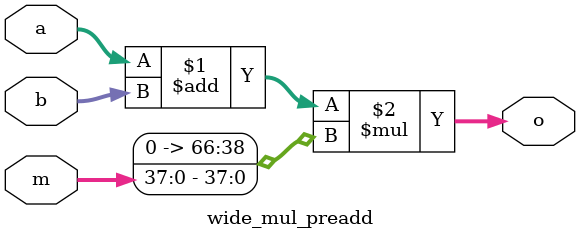
<source format=sv>
module wide_mul_preadd #(
    parameter int AW = 27,
    parameter int BW = 9,
    parameter int MW = 38,
    localparam int OW = MW + (AW > BW ? AW : BW) + 2 
) (
    input signed [AW-1:0] a,
    input signed [BW-1:0] b,
    input [MW-1:0] m,
    output signed [OW-1:0] o
);
    assign o = (a + b) * $signed({1'b0, m});
endmodule

</source>
